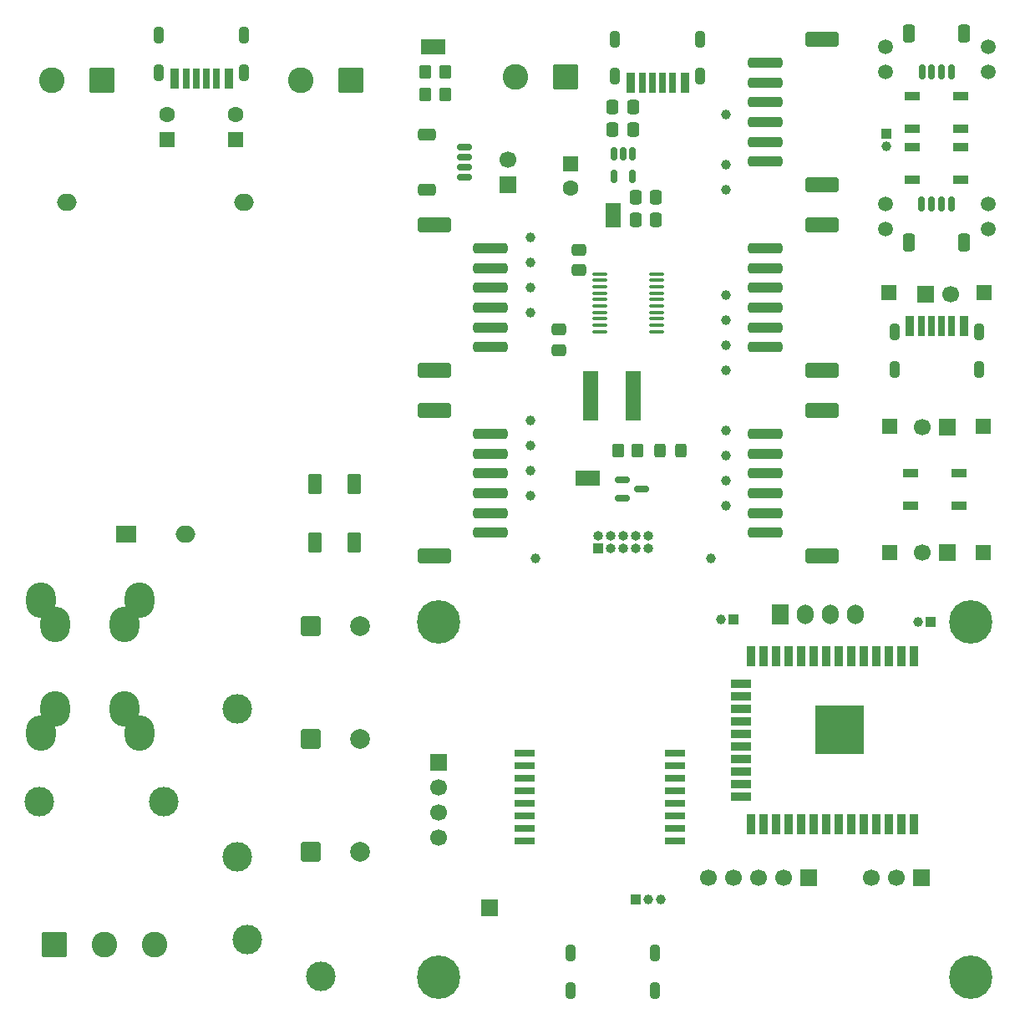
<source format=gts>
%TF.GenerationSoftware,KiCad,Pcbnew,9.0.2*%
%TF.CreationDate,2025-06-27T09:15:38+02:00*%
%TF.ProjectId,led_driver_220v_p3,6c65645f-6472-4697-9665-725f32323076,rev?*%
%TF.SameCoordinates,Original*%
%TF.FileFunction,Soldermask,Top*%
%TF.FilePolarity,Negative*%
%FSLAX46Y46*%
G04 Gerber Fmt 4.6, Leading zero omitted, Abs format (unit mm)*
G04 Created by KiCad (PCBNEW 9.0.2) date 2025-06-27 09:15:38*
%MOMM*%
%LPD*%
G01*
G04 APERTURE LIST*
G04 Aperture macros list*
%AMRoundRect*
0 Rectangle with rounded corners*
0 $1 Rounding radius*
0 $2 $3 $4 $5 $6 $7 $8 $9 X,Y pos of 4 corners*
0 Add a 4 corners polygon primitive as box body*
4,1,4,$2,$3,$4,$5,$6,$7,$8,$9,$2,$3,0*
0 Add four circle primitives for the rounded corners*
1,1,$1+$1,$2,$3*
1,1,$1+$1,$4,$5*
1,1,$1+$1,$6,$7*
1,1,$1+$1,$8,$9*
0 Add four rect primitives between the rounded corners*
20,1,$1+$1,$2,$3,$4,$5,0*
20,1,$1+$1,$4,$5,$6,$7,0*
20,1,$1+$1,$6,$7,$8,$9,0*
20,1,$1+$1,$8,$9,$2,$3,0*%
%AMFreePoly0*
4,1,6,1.000000,0.000000,0.500000,-0.750000,-0.500000,-0.750000,-0.500000,0.750000,0.500000,0.750000,1.000000,0.000000,1.000000,0.000000,$1*%
%AMFreePoly1*
4,1,6,0.500000,-0.750000,-0.650000,-0.750000,-0.150000,0.000000,-0.650000,0.750000,0.500000,0.750000,0.500000,-0.750000,0.500000,-0.750000,$1*%
G04 Aperture macros list end*
%ADD10R,1.500000X1.500000*%
%ADD11FreePoly0,270.000000*%
%ADD12FreePoly1,270.000000*%
%ADD13R,2.000000X0.800000*%
%ADD14FreePoly0,0.000000*%
%ADD15FreePoly1,0.000000*%
%ADD16RoundRect,0.250000X-0.750000X-0.750000X0.750000X-0.750000X0.750000X0.750000X-0.750000X0.750000X0*%
%ADD17C,2.000000*%
%ADD18RoundRect,0.100000X-0.637500X-0.100000X0.637500X-0.100000X0.637500X0.100000X-0.637500X0.100000X0*%
%ADD19C,1.000000*%
%ADD20RoundRect,0.250000X1.050000X1.050000X-1.050000X1.050000X-1.050000X-1.050000X1.050000X-1.050000X0*%
%ADD21C,2.600000*%
%ADD22RoundRect,0.090000X-0.660000X-0.360000X0.660000X-0.360000X0.660000X0.360000X-0.660000X0.360000X0*%
%ADD23RoundRect,0.150000X-0.625000X0.150000X-0.625000X-0.150000X0.625000X-0.150000X0.625000X0.150000X0*%
%ADD24RoundRect,0.250000X-0.650000X0.350000X-0.650000X-0.350000X0.650000X-0.350000X0.650000X0.350000X0*%
%ADD25C,1.500000*%
%ADD26RoundRect,0.090000X0.660000X0.360000X-0.660000X0.360000X-0.660000X-0.360000X0.660000X-0.360000X0*%
%ADD27RoundRect,0.250000X-1.050000X-1.050000X1.050000X-1.050000X1.050000X1.050000X-1.050000X1.050000X0*%
%ADD28RoundRect,0.250000X1.500000X-0.250000X1.500000X0.250000X-1.500000X0.250000X-1.500000X-0.250000X0*%
%ADD29RoundRect,0.250001X1.449999X-0.499999X1.449999X0.499999X-1.449999X0.499999X-1.449999X-0.499999X0*%
%ADD30RoundRect,0.250000X-0.350000X-0.450000X0.350000X-0.450000X0.350000X0.450000X-0.350000X0.450000X0*%
%ADD31RoundRect,0.250000X-0.550000X0.550000X-0.550000X-0.550000X0.550000X-0.550000X0.550000X0.550000X0*%
%ADD32C,1.600000*%
%ADD33RoundRect,0.250000X-1.500000X0.250000X-1.500000X-0.250000X1.500000X-0.250000X1.500000X0.250000X0*%
%ADD34RoundRect,0.250001X-1.449999X0.499999X-1.449999X-0.499999X1.449999X-0.499999X1.449999X0.499999X0*%
%ADD35C,3.000000*%
%ADD36RoundRect,0.150000X-0.150000X0.512500X-0.150000X-0.512500X0.150000X-0.512500X0.150000X0.512500X0*%
%ADD37C,4.400000*%
%ADD38R,1.700000X1.700000*%
%ADD39C,1.700000*%
%ADD40RoundRect,0.250000X0.475000X-0.337500X0.475000X0.337500X-0.475000X0.337500X-0.475000X-0.337500X0*%
%ADD41R,1.000000X1.000000*%
%ADD42O,1.000000X1.000000*%
%ADD43RoundRect,0.250000X0.550000X-0.550000X0.550000X0.550000X-0.550000X0.550000X-0.550000X-0.550000X0*%
%ADD44RoundRect,0.250000X0.337500X0.475000X-0.337500X0.475000X-0.337500X-0.475000X0.337500X-0.475000X0*%
%ADD45R,0.700000X2.000000*%
%ADD46R,0.800000X2.000000*%
%ADD47R,0.900000X2.000000*%
%ADD48O,1.100000X1.800000*%
%ADD49RoundRect,0.250000X-0.475000X0.337500X-0.475000X-0.337500X0.475000X-0.337500X0.475000X0.337500X0*%
%ADD50R,2.000000X1.700000*%
%ADD51O,2.000000X1.700000*%
%ADD52FreePoly0,90.000000*%
%ADD53R,2.000000X0.900000*%
%ADD54R,5.000000X5.000000*%
%ADD55RoundRect,0.150000X-0.150000X-0.625000X0.150000X-0.625000X0.150000X0.625000X-0.150000X0.625000X0*%
%ADD56RoundRect,0.250000X-0.350000X-0.650000X0.350000X-0.650000X0.350000X0.650000X-0.350000X0.650000X0*%
%ADD57RoundRect,0.150000X0.150000X0.625000X-0.150000X0.625000X-0.150000X-0.625000X0.150000X-0.625000X0*%
%ADD58RoundRect,0.250000X0.350000X0.650000X-0.350000X0.650000X-0.350000X-0.650000X0.350000X-0.650000X0*%
%ADD59RoundRect,0.150000X-0.587500X-0.150000X0.587500X-0.150000X0.587500X0.150000X-0.587500X0.150000X0*%
%ADD60RoundRect,0.210000X0.490000X-0.790000X0.490000X0.790000X-0.490000X0.790000X-0.490000X-0.790000X0*%
%ADD61RoundRect,0.250000X-0.325000X-0.450000X0.325000X-0.450000X0.325000X0.450000X-0.325000X0.450000X0*%
%ADD62O,3.000000X3.600000*%
%ADD63O,1.700000X2.000000*%
%ADD64R,1.700000X2.000000*%
G04 APERTURE END LIST*
%TO.C,JP2*%
G36*
X111451000Y-58587000D02*
G01*
X109951000Y-58587000D01*
X109951000Y-61037000D01*
X111451000Y-61037000D01*
X111451000Y-58587000D01*
G37*
%TO.C,JP3*%
G36*
X106909000Y-85732000D02*
G01*
X109359000Y-85732000D01*
X109359000Y-87232000D01*
X106909000Y-87232000D01*
X106909000Y-85732000D01*
G37*
%TO.C,JP4*%
G36*
X111988000Y-80600000D02*
G01*
X113488000Y-80600000D01*
X113488000Y-75600000D01*
X111988000Y-75600000D01*
X111988000Y-80600000D01*
G37*
%TO.C,JP5*%
G36*
X107690400Y-80600000D02*
G01*
X109190400Y-80600000D01*
X109190400Y-75600000D01*
X107690400Y-75600000D01*
X107690400Y-80600000D01*
G37*
%TO.C,JP1*%
G36*
X91230000Y-42044000D02*
G01*
X93680000Y-42044000D01*
X93680000Y-43544000D01*
X91230000Y-43544000D01*
X91230000Y-42044000D01*
G37*
%TD*%
D10*
%TO.C,TP18*%
X148250000Y-81250000D03*
%TD*%
D11*
%TO.C,JP2*%
X110701000Y-59087000D03*
D12*
X110701000Y-60537000D03*
%TD*%
D13*
%TO.C,U1*%
X116974800Y-123247600D03*
X116974800Y-121977600D03*
X116974800Y-120707600D03*
X116974800Y-119437600D03*
X116974800Y-118167600D03*
X116974800Y-116897600D03*
X116974800Y-115627600D03*
X116974800Y-114357600D03*
X101734800Y-114357600D03*
X101734800Y-115627600D03*
X101734800Y-116897600D03*
X101734800Y-118167600D03*
X101734800Y-119437600D03*
X101734800Y-120707600D03*
X101734800Y-121977600D03*
X101734800Y-123247600D03*
%TD*%
D14*
%TO.C,JP3*%
X107409000Y-86482000D03*
D15*
X108859000Y-86482000D03*
%TD*%
D16*
%TO.C,C10*%
X80052000Y-124328000D03*
D17*
X85052000Y-124328000D03*
%TD*%
D18*
%TO.C,U2*%
X109367500Y-65777000D03*
X109367500Y-66427000D03*
X109367500Y-67077000D03*
X109367500Y-67727000D03*
X109367500Y-68377000D03*
X109367500Y-69027000D03*
X109367500Y-69677000D03*
X109367500Y-70327000D03*
X109367500Y-70977000D03*
X109367500Y-71627000D03*
X115092500Y-71627000D03*
X115092500Y-70977000D03*
X115092500Y-70327000D03*
X115092500Y-69677000D03*
X115092500Y-69027000D03*
X115092500Y-68377000D03*
X115092500Y-67727000D03*
X115092500Y-67077000D03*
X115092500Y-66427000D03*
X115092500Y-65777000D03*
%TD*%
D19*
%TO.C,TP5*%
X122136000Y-86736000D03*
%TD*%
D10*
%TO.C,TP21*%
X138750000Y-94000000D03*
%TD*%
D19*
%TO.C,TP4*%
X122136000Y-73020000D03*
%TD*%
%TO.C,TP15*%
X120612000Y-94610000D03*
%TD*%
D10*
%TO.C,TP19*%
X138750000Y-81250000D03*
%TD*%
D20*
%TO.C,J8*%
X105885000Y-45842000D03*
D21*
X100805000Y-45842000D03*
%TD*%
D22*
%TO.C,D4*%
X141073000Y-47741000D03*
X141073000Y-51041000D03*
X145973000Y-51041000D03*
X145973000Y-47741000D03*
%TD*%
D23*
%TO.C,J3*%
X95688000Y-52978000D03*
X95688000Y-53978000D03*
X95688000Y-54978000D03*
X95688000Y-55978000D03*
D24*
X91813000Y-51678000D03*
X91813000Y-57278000D03*
%TD*%
D25*
%TO.C,TP24*%
X148730000Y-58662000D03*
%TD*%
D26*
%TO.C,D3*%
X145800000Y-89268000D03*
X145800000Y-85968000D03*
X140900000Y-85968000D03*
X140900000Y-89268000D03*
%TD*%
D27*
%TO.C,J9*%
X54064000Y-133726000D03*
D21*
X59144000Y-133726000D03*
X64224000Y-133726000D03*
%TD*%
D28*
%TO.C,J7*%
X126144000Y-54398000D03*
X126144000Y-52398000D03*
X126144000Y-50398000D03*
X126144000Y-48398000D03*
X126144000Y-46398000D03*
X126144000Y-44398000D03*
D29*
X131894000Y-56748000D03*
X131894000Y-42048000D03*
%TD*%
D19*
%TO.C,TP10a1*%
X102324000Y-69718000D03*
%TD*%
D25*
%TO.C,TP25*%
X148730000Y-42787000D03*
%TD*%
%TO.C,TP29*%
X148730000Y-61202000D03*
%TD*%
D30*
%TO.C,R1*%
X91688000Y-47620000D03*
X93688000Y-47620000D03*
%TD*%
D10*
%TO.C,TP17*%
X148323600Y-67653600D03*
%TD*%
D31*
%TO.C,C12*%
X106383000Y-54605000D03*
D32*
X106383000Y-57105000D03*
%TD*%
D33*
%TO.C,J6*%
X98316000Y-81990000D03*
X98316000Y-83990000D03*
X98316000Y-85990000D03*
X98316000Y-87990000D03*
X98316000Y-89990000D03*
X98316000Y-91990000D03*
D34*
X92566000Y-79640000D03*
X92566000Y-94340000D03*
%TD*%
D35*
%TO.C,F1*%
X52540000Y-119248000D03*
X65140000Y-119248000D03*
%TD*%
D36*
%TO.C,U1*%
X112672000Y-53594500D03*
X111722000Y-53594500D03*
X110772000Y-53594500D03*
X110772000Y-55869500D03*
X112672000Y-55869500D03*
%TD*%
D37*
%TO.C,H3*%
X147000000Y-101000000D03*
%TD*%
D19*
%TO.C,TP6*%
X122136000Y-84196000D03*
%TD*%
D38*
%TO.C,J12*%
X142380000Y-67806000D03*
D39*
X144920000Y-67806000D03*
%TD*%
D38*
%TO.C,J13*%
X144610000Y-94000000D03*
D39*
X142070000Y-94000000D03*
%TD*%
D40*
%TO.C,C5*%
X105189200Y-73473300D03*
X105189200Y-71398300D03*
%TD*%
D41*
%TO.C,J1*%
X109182000Y-93594000D03*
D42*
X109182000Y-92324000D03*
X110452000Y-93594000D03*
X110452000Y-92324000D03*
X111722000Y-93594000D03*
X111722000Y-92324000D03*
X112992000Y-93594000D03*
X112992000Y-92324000D03*
X114262000Y-93594000D03*
X114262000Y-92324000D03*
%TD*%
D25*
%TO.C,TP28*%
X148730000Y-45327000D03*
%TD*%
D10*
%TO.C,TP16*%
X138671600Y-67653600D03*
%TD*%
D43*
%TO.C,C9*%
X72479000Y-52152000D03*
D32*
X72479000Y-49652000D03*
%TD*%
D37*
%TO.C,H1*%
X93000000Y-101000000D03*
%TD*%
D19*
%TO.C,TP9*%
X102324000Y-83180000D03*
%TD*%
D35*
%TO.C,X1*%
X72606000Y-109850000D03*
X72606000Y-124850000D03*
%TD*%
D44*
%TO.C,C4*%
X115045500Y-60320000D03*
X112970500Y-60320000D03*
%TD*%
D41*
%TO.C,J9*%
X122956000Y-100794000D03*
D19*
X121686000Y-100794000D03*
%TD*%
%TO.C,TP2*%
X122136000Y-49668000D03*
%TD*%
D45*
%TO.C,P3*%
X143023000Y-71022500D03*
D46*
X145043000Y-71022500D03*
D47*
X146273000Y-71022500D03*
D45*
X144023000Y-71022500D03*
D46*
X142003000Y-71022500D03*
D47*
X140773000Y-71022500D03*
D48*
X139223000Y-71672500D03*
X139223000Y-75472500D03*
X147823000Y-71672500D03*
X147823000Y-75472500D03*
%TD*%
D49*
%TO.C,C11*%
X107221200Y-63325000D03*
X107221200Y-65400000D03*
%TD*%
D19*
%TO.C,TP3b1*%
X122136000Y-89276000D03*
%TD*%
D28*
%TO.C,J5*%
X126144000Y-91990000D03*
X126144000Y-89990000D03*
X126144000Y-87990000D03*
X126144000Y-85990000D03*
X126144000Y-83990000D03*
X126144000Y-81990000D03*
D29*
X131894000Y-94340000D03*
X131894000Y-79640000D03*
%TD*%
D16*
%TO.C,C6*%
X80052000Y-101468000D03*
D17*
X85052000Y-101468000D03*
%TD*%
D50*
%TO.C,PS1*%
X61337500Y-92162500D03*
D51*
X67337500Y-92162500D03*
X55337500Y-58562500D03*
X73337500Y-58562500D03*
%TD*%
D38*
%TO.C,J6*%
X142006000Y-126956000D03*
D39*
X139466000Y-126956000D03*
X136926000Y-126956000D03*
%TD*%
D52*
%TO.C,JP4*%
X112738000Y-80100000D03*
D11*
X112738000Y-76100000D03*
%TD*%
D37*
%TO.C,H4*%
X147000000Y-137000000D03*
%TD*%
D47*
%TO.C,U2*%
X141165000Y-104486000D03*
X139895000Y-104486000D03*
X138625000Y-104486000D03*
X137355000Y-104486000D03*
X136085000Y-104486000D03*
X134815000Y-104486000D03*
X133545000Y-104486000D03*
X132275000Y-104486000D03*
X131005000Y-104486000D03*
X129735000Y-104486000D03*
X128465000Y-104486000D03*
X127195000Y-104486000D03*
X125925000Y-104486000D03*
X124655000Y-104486000D03*
D53*
X123655000Y-107271000D03*
X123655000Y-108541000D03*
X123655000Y-109811000D03*
X123655000Y-111081000D03*
X123655000Y-112351000D03*
X123655000Y-113621000D03*
X123655000Y-114891000D03*
X123655000Y-116161000D03*
X123655000Y-117431000D03*
X123655000Y-118701000D03*
D47*
X124655000Y-121486000D03*
X125925000Y-121486000D03*
X127195000Y-121486000D03*
X128465000Y-121486000D03*
X129735000Y-121486000D03*
X131005000Y-121486000D03*
X132275000Y-121486000D03*
X133545000Y-121486000D03*
X134815000Y-121486000D03*
X136085000Y-121486000D03*
X137355000Y-121486000D03*
X138625000Y-121486000D03*
X139895000Y-121486000D03*
X141165000Y-121486000D03*
D54*
X133665000Y-111986000D03*
%TD*%
D19*
%TO.C,TP12*%
X102324000Y-62098000D03*
%TD*%
%TO.C,TP13*%
X102832000Y-94610000D03*
%TD*%
%TO.C,TP7*%
X122136000Y-81656000D03*
%TD*%
D28*
%TO.C,J4*%
X126144000Y-73194000D03*
X126144000Y-71194000D03*
X126144000Y-69194000D03*
X126144000Y-67194000D03*
X126144000Y-65194000D03*
X126144000Y-63194000D03*
D29*
X131894000Y-75544000D03*
X131894000Y-60844000D03*
%TD*%
D19*
%TO.C,TP9b1*%
X102324000Y-80640000D03*
%TD*%
D55*
%TO.C,J16*%
X142000000Y-58694000D03*
X143000000Y-58694000D03*
X144000000Y-58694000D03*
X145000000Y-58694000D03*
D56*
X140700000Y-62569000D03*
X146300000Y-62569000D03*
%TD*%
D44*
%TO.C,C2*%
X112738000Y-51176000D03*
X110663000Y-51176000D03*
%TD*%
%TO.C,C3*%
X115045500Y-58034000D03*
X112970500Y-58034000D03*
%TD*%
D45*
%TO.C,P1*%
X115734000Y-46435500D03*
D46*
X113714000Y-46435500D03*
D47*
X112484000Y-46435500D03*
D45*
X114734000Y-46435500D03*
D46*
X116754000Y-46435500D03*
D47*
X117984000Y-46435500D03*
D48*
X119534000Y-45785500D03*
X119534000Y-41985500D03*
X110934000Y-45785500D03*
X110934000Y-41985500D03*
%TD*%
D41*
%TO.C,J10*%
X113050000Y-129115000D03*
D19*
X114320000Y-129115000D03*
X115590000Y-129115000D03*
%TD*%
D25*
%TO.C,TP26*%
X138316000Y-61202000D03*
%TD*%
D52*
%TO.C,JP5*%
X108440400Y-80100000D03*
D11*
X108440400Y-76100000D03*
%TD*%
D19*
%TO.C,TP11*%
X122136000Y-75560000D03*
%TD*%
D25*
%TO.C,TP22*%
X138316000Y-42787000D03*
%TD*%
D16*
%TO.C,C8*%
X80052000Y-112898000D03*
D17*
X85052000Y-112898000D03*
%TD*%
D19*
%TO.C,TP3*%
X122136000Y-70480000D03*
%TD*%
%TO.C,TP9a1*%
X102324000Y-67178000D03*
%TD*%
D57*
%TO.C,J15*%
X145023000Y-45295000D03*
X144023000Y-45295000D03*
X143023000Y-45295000D03*
X142023000Y-45295000D03*
D58*
X146323000Y-41420000D03*
X140723000Y-41420000D03*
%TD*%
D59*
%TO.C,Q1*%
X111690000Y-86614000D03*
X111690000Y-88514000D03*
X113565000Y-87564000D03*
%TD*%
D45*
%TO.C,P2*%
X69499200Y-46029100D03*
D46*
X67479200Y-46029100D03*
D47*
X66249200Y-46029100D03*
D45*
X68499200Y-46029100D03*
D46*
X70519200Y-46029100D03*
D47*
X71749200Y-46029100D03*
D48*
X73299200Y-45379100D03*
X73299200Y-41579100D03*
X64699200Y-45379100D03*
X64699200Y-41579100D03*
%TD*%
D19*
%TO.C,TP3a1*%
X122136000Y-54732000D03*
%TD*%
D44*
%TO.C,C1*%
X112738000Y-48890000D03*
X110663000Y-48890000D03*
%TD*%
D19*
%TO.C,TP10b1*%
X102324000Y-88260000D03*
%TD*%
D30*
%TO.C,R2*%
X91672000Y-45334000D03*
X93672000Y-45334000D03*
%TD*%
D38*
%TO.C,J14*%
X144610000Y-81300000D03*
D39*
X142070000Y-81300000D03*
%TD*%
D41*
%TO.C,J7*%
X142895000Y-101048000D03*
D19*
X141625000Y-101048000D03*
%TD*%
D35*
%TO.C,RV1*%
X81122000Y-136918000D03*
X73622000Y-133218000D03*
%TD*%
D30*
%TO.C,R3*%
X111214000Y-83688000D03*
X113214000Y-83688000D03*
%TD*%
D37*
%TO.C,H2*%
X93000000Y-137000000D03*
%TD*%
D60*
%TO.C,D2*%
X80512000Y-93013000D03*
X84512000Y-93013000D03*
X84512000Y-87063000D03*
X80512000Y-87063000D03*
%TD*%
D38*
%TO.C,CN1*%
X100033000Y-56764000D03*
D39*
X100033000Y-54224000D03*
%TD*%
D25*
%TO.C,TP27*%
X138316000Y-58662000D03*
%TD*%
D19*
%TO.C,TP14*%
X102324000Y-64638000D03*
%TD*%
D61*
%TO.C,D1*%
X115491000Y-83688000D03*
X117541000Y-83688000D03*
%TD*%
D33*
%TO.C,J2*%
X98316000Y-63194000D03*
X98316000Y-65194000D03*
X98316000Y-67194000D03*
X98316000Y-69194000D03*
X98316000Y-71194000D03*
X98316000Y-73194000D03*
D34*
X92566000Y-60844000D03*
X92566000Y-75544000D03*
%TD*%
D10*
%TO.C,TP20*%
X148250000Y-94000000D03*
%TD*%
D62*
%TO.C,L1*%
X54200000Y-109800000D03*
X52700000Y-112300000D03*
X62700000Y-112300000D03*
X61200000Y-109800000D03*
X54200000Y-101300000D03*
X52700000Y-98800000D03*
X62700000Y-98800000D03*
X61200000Y-101300000D03*
%TD*%
D14*
%TO.C,JP1*%
X91730000Y-42794000D03*
D15*
X93180000Y-42794000D03*
%TD*%
D41*
%TO.C,J17*%
X138443000Y-51550000D03*
D19*
X138443000Y-52820000D03*
%TD*%
%TO.C,TP8*%
X122136000Y-57272000D03*
%TD*%
D43*
%TO.C,C7*%
X65494000Y-52152000D03*
D32*
X65494000Y-49652000D03*
%TD*%
D38*
%TO.C,J8*%
X130576000Y-126956000D03*
D39*
X128036000Y-126956000D03*
X125496000Y-126956000D03*
X122956000Y-126956000D03*
X120416000Y-126956000D03*
%TD*%
D22*
%TO.C,D5*%
X141073000Y-52948000D03*
X141073000Y-56248000D03*
X145973000Y-56248000D03*
X145973000Y-52948000D03*
%TD*%
D20*
%TO.C,J11*%
X84163000Y-46182500D03*
D21*
X79083000Y-46182500D03*
%TD*%
D20*
%TO.C,J10*%
X58895000Y-46182500D03*
D21*
X53815000Y-46182500D03*
%TD*%
D19*
%TO.C,TP1*%
X122136000Y-67940000D03*
%TD*%
%TO.C,TP10*%
X102324000Y-85720000D03*
%TD*%
D25*
%TO.C,TP23*%
X138316000Y-45327000D03*
%TD*%
D48*
%TO.C,P1*%
X114980400Y-138386000D03*
X114980400Y-134586000D03*
X106380400Y-138386000D03*
X106380400Y-134586000D03*
%TD*%
D38*
%TO.C,J4*%
X93048000Y-115272000D03*
D39*
X93048000Y-117812000D03*
X93048000Y-120352000D03*
X93048000Y-122892000D03*
%TD*%
D63*
%TO.C,J5*%
X135262800Y-100286000D03*
X132722800Y-100286000D03*
X130182800Y-100286000D03*
D64*
X127642800Y-100286000D03*
%TD*%
D38*
%TO.C,J1*%
X98216400Y-130004000D03*
%TD*%
M02*

</source>
